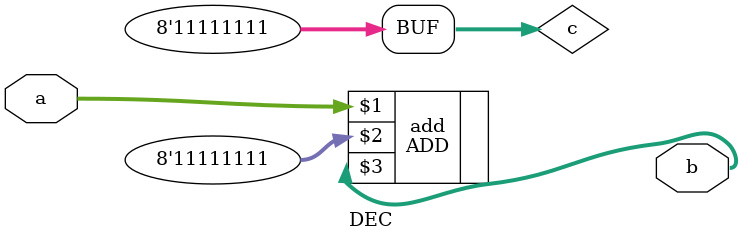
<source format=v>
`timescale 1ns/1ns

module DEC(a,b);
    input [7:0] a;
    wire [7:0] c;
    output [7:0] b;
    // assigning wire c the value (11111111)₂ i.e 2's complement of (00000001)₂
    buf (c[0],1);
    buf (c[1],1);
    buf (c[2],1);
    buf (c[3],1);
    buf (c[4],1);
    buf (c[5],1);
    buf (c[6],1);
    buf (c[7],1);
    ADD add(a,c,b);
endmodule
</source>
